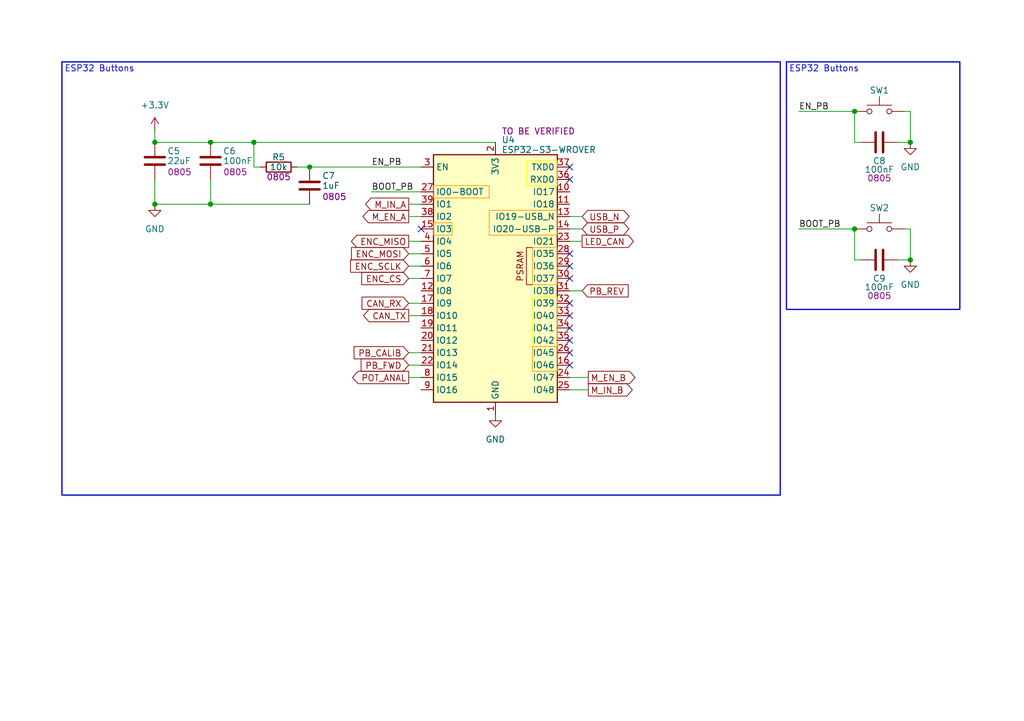
<source format=kicad_sch>
(kicad_sch (version 20231120) (generator "eeschema") (generator_version "8.0")
  (paper "A5")
  (title_block (title "ARM-JL Driver") (date "2025-02-03") (rev "REV0") (company "RobotiqueUdeS") (comment 1 "Made by Philippe Michaud"))
  (lib_symbols
    (symbol "RoverLibrary:C_0805" (pin_numbers hide) (pin_names (offset 0.254))
      (property "Reference" "C" (at 2.54 2.032 0))
      (property "Value" "~" (at 2.54 0 0))
      (property "Package" "0805" (at 2.54 -2.286 0))
      (symbol "C_0805_0_1"
        (polyline (pts (xy -2.032 -0.762) (xy 2.032 -0.762)) (stroke (width 0.508)))
        (polyline (pts (xy -2.032 0.762) (xy 2.032 0.762)) (stroke (width 0.508)))
      )
      (symbol "C_0805_1_1"
        (pin passive line (at 0 3.81 270) (length 2.794) (name "~") (number "1"))
        (pin passive line (at 0 -3.81 90) (length 2.794) (name "~") (number "2"))
      )
    )
    (symbol "RoverLibrary:ESP32-S3-WROVER"
      (property "Reference" "U" (at 1.27 28.448 0))
      (property "Value" "ESP32-S3-WROVER" (at 1.27 26.416 0))
      (property "STATUS" "TO BE VERIFIED" (at 1.27 30.226 0))
      (symbol "ESP32-S3-WROVER_0_0"
        (rectangle (start -12.7 25.4) (end 12.7 -25.4) (stroke (width 0.254)) (fill (type background)))
        (text "PSRAM" (at 5.08 2.54 900) (effects (font (size 1.27 1.27))))
      )
      (symbol "ESP32-S3-WROVER_0_1"
        (polyline (pts (xy 7.62 -1.27) (xy 6.35 -1.27) (xy 6.35 6.35) (xy 7.62 6.35)))
      )
      (symbol "ESP32-S3-WROVER_1_1"
        (rectangle (start -12.7 11.43) (end -8.89 8.89) (stroke (width 0) (color 255 153 0 1)) (fill (type background)))
        (rectangle (start -12.7 19.05) (end -1.27 16.51) (stroke (width 0) (color 255 153 0 1)) (fill (type background)))
        (rectangle (start -1.27 13.97) (end 12.7 8.89) (stroke (width 0) (color 255 153 0 1)) (fill (type background)))
        (rectangle (start 6.35 24.13) (end 12.7 19.05) (stroke (width 0) (color 255 255 0 1)) (fill (type background)))
        (rectangle (start 7.62 -13.97) (end 12.7 -19.05) (stroke (width 0) (color 255 153 0 1)) (fill (type background)))
        (rectangle (start 7.62 -3.81) (end 12.7 -13.97) (stroke (width 0) (color 255 255 0 1)) (fill (type background)))
        (rectangle (start 7.62 6.35) (end 12.7 -1.27) (stroke (width 0) (color 255 153 0 1)) (fill (type background)))
        (pin power_in line (at 0 -27.94 90) (length 2.54) (name "GND") (number "1"))
        (pin bidirectional line (at 15.24 17.78 180) (length 2.54) (name "IO17") (number "10"))
        (pin bidirectional line (at 15.24 15.24 180) (length 2.54) (name "IO18") (number "11"))
        (pin bidirectional line (at -15.24 -2.54 0) (length 2.54) (name "IO8") (number "12"))
        (pin bidirectional line (at 15.24 12.7 180) (length 2.54) (name "IO19-USB_N") (number "13"))
        (pin bidirectional line (at 15.24 10.16 180) (length 2.54) (name "IO20-USB-P") (number "14"))
        (pin bidirectional line (at -15.24 10.16 0) (length 2.54) (name "IO3") (number "15"))
        (pin bidirectional line (at 15.24 -17.78 180) (length 2.54) (name "IO46") (number "16"))
        (pin bidirectional line (at -15.24 -5.08 0) (length 2.54) (name "IO9") (number "17"))
        (pin bidirectional line (at -15.24 -7.62 0) (length 2.54) (name "IO10") (number "18"))
        (pin bidirectional line (at -15.24 -10.16 0) (length 2.54) (name "IO11") (number "19"))
        (pin power_in line (at 0 27.94 270) (length 2.54) (name "3V3") (number "2"))
        (pin bidirectional line (at -15.24 -12.7 0) (length 2.54) (name "IO12") (number "20"))
        (pin bidirectional line (at -15.24 -15.24 0) (length 2.54) (name "IO13") (number "21"))
        (pin bidirectional line (at -15.24 -17.78 0) (length 2.54) (name "IO14") (number "22"))
        (pin bidirectional line (at 15.24 7.62 180) (length 2.54) (name "IO21") (number "23"))
        (pin bidirectional line (at 15.24 -20.32 180) (length 2.54) (name "IO47") (number "24"))
        (pin bidirectional line (at 15.24 -22.86 180) (length 2.54) (name "IO48") (number "25"))
        (pin bidirectional line (at 15.24 -15.24 180) (length 2.54) (name "IO45") (number "26"))
        (pin bidirectional line (at -15.24 17.78 0) (length 2.54) (name "IO0-BOOT") (number "27"))
        (pin bidirectional line (at 15.24 5.08 180) (length 2.54) (name "IO35") (number "28"))
        (pin bidirectional line (at 15.24 2.54 180) (length 2.54) (name "IO36") (number "29"))
        (pin input line (at -15.24 22.86 0) (length 2.54) (name "EN") (number "3"))
        (pin bidirectional line (at 15.24 0 180) (length 2.54) (name "IO37") (number "30"))
        (pin bidirectional line (at 15.24 -2.54 180) (length 2.54) (name "IO38") (number "31"))
        (pin bidirectional line (at 15.24 -5.08 180) (length 2.54) (name "IO39") (number "32"))
        (pin bidirectional line (at 15.24 -7.62 180) (length 2.54) (name "IO40") (number "33"))
        (pin bidirectional line (at 15.24 -10.16 180) (length 2.54) (name "IO41") (number "34"))
        (pin bidirectional line (at 15.24 -12.7 180) (length 2.54) (name "IO42") (number "35"))
        (pin bidirectional line (at 15.24 20.32 180) (length 2.54) (name "RXD0") (number "36"))
        (pin bidirectional line (at 15.24 22.86 180) (length 2.54) (name "TXD0") (number "37"))
        (pin bidirectional line (at -15.24 12.7 0) (length 2.54) (name "IO2") (number "38"))
        (pin bidirectional line (at -15.24 15.24 0) (length 2.54) (name "IO1") (number "39"))
        (pin bidirectional line (at -15.24 7.62 0) (length 2.54) (name "IO4") (number "4"))
        (pin passive line (at 0 -27.94 90) (length 2.54) hide (name "GND") (number "40"))
        (pin passive line (at 0 -27.94 90) (length 2.54) hide (name "GND") (number "41"))
        (pin bidirectional line (at -15.24 5.08 0) (length 2.54) (name "IO5") (number "5"))
        (pin bidirectional line (at -15.24 2.54 0) (length 2.54) (name "IO6") (number "6"))
        (pin bidirectional line (at -15.24 0 0) (length 2.54) (name "IO7") (number "7"))
        (pin bidirectional line (at -15.24 -20.32 0) (length 2.54) (name "IO15") (number "8"))
        (pin bidirectional line (at -15.24 -22.86 0) (length 2.54) (name "IO16") (number "9"))
      )
    )
    (symbol "RoverLibrary:R_0805" (pin_numbers hide) (pin_names (offset 0))
      (property "Reference" "R" (at 2.032 0 90))
      (property "Value" "k" (at 0 0 90))
      (property "Package" "0805" (at -2.286 0 90))
      (symbol "R_0805_0_1"
        (rectangle (start -1.016 -2.54) (end 1.016 2.54) (stroke (width 0.254)))
      )
      (symbol "R_0805_1_1"
        (pin passive line (at 0 3.81 270) (length 1.27) (name "~") (number "1"))
        (pin passive line (at 0 -3.81 90) (length 1.27) (name "~") (number "2"))
      )
    )
    (symbol "RoverLibrary:SW-PTS815SJM250SMTRLFS" (pin_numbers hide) (pin_names (offset 1.016) hide)
      (property "Reference" "SW" (at 0 4.318 0))
      (symbol "SW-PTS815SJM250SMTRLFS_0_1"
        (circle (center -2.032 0) (radius 0.508))
        (polyline (pts (xy 0 1.27) (xy 0 3.048)))
        (polyline (pts (xy 2.54 1.27) (xy -2.54 1.27)))
        (circle (center 2.032 0) (radius 0.508))
      )
      (symbol "SW-PTS815SJM250SMTRLFS_1_1"
        (pin passive line (at -5.08 0 0) (length 2.54) (name "") (number "1"))
        (pin passive line (at -5.08 0 0) (length 2.54) hide (name "") (number "2"))
        (pin no_connect line (at 5.08 -2.54 180) (length 2.54) hide (name "NC") (number "3"))
        (pin passive line (at 5.08 0 180) (length 2.54) (name "") (number "4"))
      )
    )
    (symbol "power:+3.3V" (power) (pin_numbers hide) (pin_names (offset 0) hide)
      (property "Value" "+3.3V" (at 0 3.556 0))
      (symbol "+3.3V_0_1"
        (polyline (pts (xy -0.762 1.27) (xy 0 2.54)))
        (polyline (pts (xy 0 0) (xy 0 2.54)))
        (polyline (pts (xy 0 2.54) (xy 0.762 1.27)))
      )
      (symbol "+3.3V_1_1"
        (pin power_in line (at 0 0 90) (length 0) (name "~") (number "1"))
      )
    )
    (symbol "power:GND" (power) (pin_numbers hide) (pin_names (offset 0) hide)
      (property "Value" "GND" (at 0 -3.81 0))
      (symbol "GND_0_1"
        (polyline (pts (xy 0 0) (xy 0 -1.27) (xy 1.27 -1.27) (xy 0 -2.54) (xy -1.27 -1.27) (xy 0 -1.27)))
      )
      (symbol "GND_1_1"
        (pin power_in line (at 0 0 270) (length 0) (name "~") (number "1"))
      )
    )
  )
  (junction (at 43.18 29.21))
  (junction (at 31.75 29.21))
  (junction (at 43.18 41.91))
  (junction (at 175.26 22.86))
  (junction (at 63.5 34.29))
  (junction (at 175.26 46.99))
  (junction (at 31.75 41.91))
  (junction (at 186.69 29.21))
  (junction (at 186.69 53.34))
  (junction (at 52.07 29.21))
  (no_connect (at 116.84 72.39))
  (no_connect (at 116.84 36.83))
  (no_connect (at 116.84 54.61))
  (no_connect (at 116.84 69.85))
  (no_connect (at 116.84 74.93))
  (no_connect (at 116.84 62.23))
  (no_connect (at 116.84 64.77))
  (no_connect (at 116.84 52.07))
  (no_connect (at 116.84 34.29))
  (no_connect (at 116.84 67.31))
  (no_connect (at 86.36 46.99))
  (no_connect (at 116.84 57.15))
  (wire (pts (xy 175.26 53.34) (xy 175.26 46.99)))
  (wire (pts (xy 43.18 36.83) (xy 43.18 41.91)))
  (wire (pts (xy 163.83 22.86) (xy 175.26 22.86)))
  (wire (pts (xy 119.38 46.99) (xy 116.84 46.99)))
  (wire (pts (xy 83.82 64.77) (xy 86.36 64.77)))
  (wire (pts (xy 53.34 34.29) (xy 52.07 34.29)))
  (wire (pts (xy 31.75 36.83) (xy 31.75 41.91)))
  (wire (pts (xy 83.82 52.07) (xy 86.36 52.07)))
  (wire (pts (xy 186.69 46.99) (xy 185.42 46.99)))
  (wire (pts (xy 186.69 29.21) (xy 186.69 22.86)))
  (wire (pts (xy 119.38 49.53) (xy 116.84 49.53)))
  (wire (pts (xy 184.15 29.21) (xy 186.69 29.21)))
  (wire (pts (xy 83.82 72.39) (xy 86.36 72.39)))
  (wire (pts (xy 31.75 29.21) (xy 43.18 29.21)))
  (wire (pts (xy 175.26 29.21) (xy 175.26 22.86)))
  (wire (pts (xy 63.5 34.29) (xy 86.36 34.29)))
  (wire (pts (xy 52.07 29.21) (xy 101.6 29.21)))
  (wire (pts (xy 120.65 77.47) (xy 116.84 77.47)))
  (wire (pts (xy 186.69 22.86) (xy 185.42 22.86)))
  (wire (pts (xy 60.96 34.29) (xy 63.5 34.29)))
  (wire (pts (xy 186.69 53.34) (xy 186.69 46.99)))
  (wire (pts (xy 83.82 77.47) (xy 86.36 77.47)))
  (wire (pts (xy 31.75 26.67) (xy 31.75 29.21)))
  (wire (pts (xy 31.75 41.91) (xy 43.18 41.91)))
  (wire (pts (xy 83.82 41.91) (xy 86.36 41.91)))
  (wire (pts (xy 76.2 39.37) (xy 86.36 39.37)))
  (wire (pts (xy 163.83 46.99) (xy 175.26 46.99)))
  (wire (pts (xy 119.38 44.45) (xy 116.84 44.45)))
  (wire (pts (xy 119.38 59.69) (xy 116.84 59.69)))
  (wire (pts (xy 43.18 41.91) (xy 63.5 41.91)))
  (wire (pts (xy 83.82 62.23) (xy 86.36 62.23)))
  (wire (pts (xy 176.53 53.34) (xy 175.26 53.34)))
  (wire (pts (xy 83.82 44.45) (xy 86.36 44.45)))
  (wire (pts (xy 83.82 57.15) (xy 86.36 57.15)))
  (wire (pts (xy 184.15 53.34) (xy 186.69 53.34)))
  (wire (pts (xy 43.18 29.21) (xy 52.07 29.21)))
  (wire (pts (xy 83.82 74.93) (xy 86.36 74.93)))
  (wire (pts (xy 176.53 29.21) (xy 175.26 29.21)))
  (wire (pts (xy 52.07 34.29) (xy 52.07 29.21)))
  (wire (pts (xy 83.82 49.53) (xy 86.36 49.53)))
  (wire (pts (xy 83.82 54.61) (xy 86.36 54.61)))
  (wire (pts (xy 120.65 80.01) (xy 116.84 80.01)))
  (rectangle (start 161.29 12.7) (end 196.85 63.5) (stroke (width 0.254)))
  (rectangle (start 12.7 12.7) (end 160.02 101.6) (stroke (width 0.254)))
  (text "ESP32 Buttons" (at 161.798 14.224 0) (effects (font (size 1.27 1.27)) (justify left)))
  (text "ESP32 Buttons" (at 13.208 14.224 0) (effects (font (size 1.27 1.27)) (justify left)))
  (label "BOOT_PB" (at 163.83 46.99 0))
  (label "BOOT_PB" (at 76.2 39.37 0))
  (label "EN_PB" (at 76.2 34.29 0))
  (label "EN_PB" (at 163.83 22.86 0))
  (global_label "PB_REV" (shape input) (at 119.38 59.69 0) (property "Intersheetrefs" "${INTERSHEET_REFS}" (effects (hide yes))))
  (global_label "M_EN_B" (shape output) (at 120.65 77.47 0) (property "Intersheetrefs" "${INTERSHEET_REFS}" (effects (hide yes))))
  (global_label "PB_FWD" (shape input) (at 83.82 74.93 180) (property "Intersheetrefs" "${INTERSHEET_REFS}" (effects (hide yes))))
  (global_label "USB_P" (shape bidirectional) (at 119.38 46.99 0) (property "Intersheetrefs" "${INTERSHEET_REFS}" (effects (hide yes))))
  (global_label "ENC_CS" (shape input) (at 83.82 57.15 180) (property "Intersheetrefs" "${INTERSHEET_REFS}" (effects (hide yes))))
  (global_label "PB_CALIB" (shape input) (at 83.82 72.39 180) (property "Intersheetrefs" "${INTERSHEET_REFS}" (effects (hide yes))))
  (global_label "ENC_SCLK" (shape input) (at 83.82 54.61 180) (property "Intersheetrefs" "${INTERSHEET_REFS}" (effects (hide yes))))
  (global_label "ENC_MISO" (shape output) (at 83.82 49.53 180) (property "Intersheetrefs" "${INTERSHEET_REFS}" (effects (hide yes))))
  (global_label "ENC_MOSI" (shape input) (at 83.82 52.07 180) (property "Intersheetrefs" "${INTERSHEET_REFS}" (effects (hide yes))))
  (global_label "USB_N" (shape bidirectional) (at 119.38 44.45 0) (property "Intersheetrefs" "${INTERSHEET_REFS}" (effects (hide yes))))
  (global_label "LED_CAN" (shape output) (at 119.38 49.53 0) (property "Intersheetrefs" "${INTERSHEET_REFS}" (effects (hide yes))))
  (global_label "CAN_TX" (shape output) (at 83.82 64.77 180) (property "Intersheetrefs" "${INTERSHEET_REFS}" (effects (hide yes))))
  (global_label "M_IN_A" (shape output) (at 83.82 41.91 180) (property "Intersheetrefs" "${INTERSHEET_REFS}" (effects (hide yes))))
  (global_label "CAN_RX" (shape input) (at 83.82 62.23 180) (property "Intersheetrefs" "${INTERSHEET_REFS}" (effects (hide yes))))
  (global_label "POT_ANAL" (shape output) (at 83.82 77.47 180) (property "Intersheetrefs" "${INTERSHEET_REFS}" (effects (hide yes))))
  (global_label "M_EN_A" (shape output) (at 83.82 44.45 180) (property "Intersheetrefs" "${INTERSHEET_REFS}" (effects (hide yes))))
  (global_label "M_IN_B" (shape output) (at 120.65 80.01 0) (property "Intersheetrefs" "${INTERSHEET_REFS}" (effects (hide yes))))
  (symbol (lib_id "RoverLibrary:SW-PTS815SJM250SMTRLFS") (at 180.34 46.99 0) (unit 1)
    (property "Reference" "SW2" (at 178.308 42.672 0) (effects (justify left)))
    (property "Value" "SW-PTS815SJM250SMTRLFS" (effects (hide yes)))
    (property "Footprint" "RoverFootprint:SW-PTS815 SJM250SMTRLFS" (effects (hide yes)))
    (property "Datasheet" "https://www.ckswitches.com/media/2728/pts815.pdf" (effects (hide yes)))
    (property "Description" "Push button switch" (effects (hide yes)))
  )
  (symbol (lib_id "power:GND") (at 186.69 29.21 0) (unit 1)
    (property "Reference" "#PWR09" (effects (hide yes)))
    (property "Value" "GND" (at 186.69 34.29 0))
    (property "Description" "Power symbol creates a global label with name \"GND\" , ground" (effects (hide yes)))
  )
  (symbol (lib_id "power:GND") (at 101.6 85.09 0) (unit 1)
    (property "Reference" "#PWR015" (effects (hide yes)))
    (property "Value" "GND" (at 101.6 90.17 0))
    (property "Description" "Power symbol creates a global label with name \"GND\" , ground" (effects (hide yes)))
  )
  (symbol (lib_id "RoverLibrary:SW-PTS815SJM250SMTRLFS") (at 180.34 22.86 0) (unit 1)
    (property "Reference" "SW1" (at 178.308 18.542 0) (effects (justify left)))
    (property "Value" "SW-PTS815SJM250SMTRLFS" (effects (hide yes)))
    (property "Footprint" "RoverFootprint:SW-PTS815 SJM250SMTRLFS" (effects (hide yes)))
    (property "Datasheet" "https://www.ckswitches.com/media/2728/pts815.pdf" (effects (hide yes)))
    (property "Description" "Push button switch" (effects (hide yes)))
  )
  (symbol (lib_id "RoverLibrary:C_0805") (at 43.18 33.02 0) (unit 1)
    (property "Reference" "C6" (at 45.72 30.988 0) (effects (justify left)))
    (property "Value" "100nF" (at 45.72 33.02 0) (effects (justify left)))
    (property "Footprint" "Capacitor_SMD:C_0805_2012Metric_Pad1.18x1.45mm_HandSolder" (effects (hide yes)))
    (property "Description" "Unpolarized capacitor" (effects (hide yes)))
    (property "Package" "0805" (at 45.72 35.306 0) (effects (justify left)))
  )
  (symbol (lib_id "RoverLibrary:R_0805") (at 57.15 34.29 90) (unit 1)
    (property "Reference" "R5" (at 57.15 32.258 90))
    (property "Value" "10k" (at 57.15 34.29 90))
    (property "Footprint" "Resistor_SMD:R_0805_2012Metric_Pad1.20x1.40mm_HandSolder" (effects (hide yes)))
    (property "Description" "Resistor" (effects (hide yes)))
    (property "Package" "0805" (at 57.15 36.322 90))
  )
  (symbol (lib_id "power:+3.3V") (at 31.75 26.67 0) (unit 1)
    (property "Reference" "#PWR07" (effects (hide yes)))
    (property "Value" "+3.3V" (at 31.75 21.59 0))
    (property "Description" "Power symbol creates a global label with name \"+3.3V\"" (effects (hide yes)))
  )
  (symbol (lib_id "RoverLibrary:C_0805") (at 63.5 38.1 0) (unit 1)
    (property "Reference" "C7" (at 66.04 36.068 0) (effects (justify left)))
    (property "Value" "1uF" (at 66.04 38.1 0) (effects (justify left)))
    (property "Footprint" "Capacitor_SMD:C_0805_2012Metric_Pad1.18x1.45mm_HandSolder" (effects (hide yes)))
    (property "Description" "Unpolarized capacitor" (effects (hide yes)))
    (property "Package" "0805" (at 66.04 40.386 0) (effects (justify left)))
  )
  (symbol (lib_id "RoverLibrary:C_0805") (at 180.34 29.21 270) (unit 1)
    (property "Reference" "C8" (at 180.34 33.02 90))
    (property "Value" "100nF" (at 177.292 34.798 90) (effects (justify left)))
    (property "Footprint" "Capacitor_SMD:C_0805_2012Metric_Pad1.18x1.45mm_HandSolder" (effects (hide yes)))
    (property "Description" "Unpolarized capacitor" (effects (hide yes)))
    (property "Package" "0805" (at 180.34 36.576 90))
  )
  (symbol (lib_id "RoverLibrary:C_0805") (at 180.34 53.34 270) (unit 1)
    (property "Reference" "C9" (at 180.34 57.15 90))
    (property "Value" "100nF" (at 177.292 58.928 90) (effects (justify left)))
    (property "Footprint" "Capacitor_SMD:C_0805_2012Metric_Pad1.18x1.45mm_HandSolder" (effects (hide yes)))
    (property "Description" "Unpolarized capacitor" (effects (hide yes)))
    (property "Package" "0805" (at 180.34 60.706 90))
  )
  (symbol (lib_id "RoverLibrary:C_0805") (at 31.75 33.02 0) (unit 1)
    (property "Reference" "C5" (at 34.29 30.988 0) (effects (justify left)))
    (property "Value" "22uF" (at 34.29 33.02 0) (effects (justify left)))
    (property "Footprint" "Capacitor_SMD:C_0805_2012Metric_Pad1.18x1.45mm_HandSolder" (effects (hide yes)))
    (property "Description" "Unpolarized capacitor" (effects (hide yes)))
    (property "Package" "0805" (at 34.29 35.306 0) (effects (justify left)))
  )
  (symbol (lib_id "power:GND") (at 31.75 41.91 0) (unit 1)
    (property "Reference" "#PWR08" (effects (hide yes)))
    (property "Value" "GND" (at 31.75 46.99 0))
    (property "Description" "Power symbol creates a global label with name \"GND\" , ground" (effects (hide yes)))
  )
  (symbol (lib_id "RoverLibrary:ESP32-S3-WROVER") (at 101.6 57.15 0) (unit 1)
    (property "Reference" "U4" (at 102.87 28.702 0) (effects (justify left)))
    (property "Value" "ESP32-S3-WROVER" (at 102.87 30.734 0) (effects (justify left)))
    (property "Footprint" "RF_Module:ESP32-S3-WROOM-1U" (effects (hide yes)))
    (property "Datasheet" "https://www.espressif.com/sites/default/files/documentation/esp32-s3-wroom-1_wroom-1u_datasheet_en.pdf" (effects (hide yes)))
    (property "Description" "RF Module, ESP32-S3 SoC, Wi-Fi 802.11b/g/n, Bluetooth, BLE, 32-bit, 3.3V, onboard antenna, SMD" (effects (hide yes)))
    (property "Digikey Link" "https://www.digikey.ca/en/products/detail/espressif-systems/ESP32-S3-WROOM-1U-N8/16162635" (effects (hide yes)))
    (property "STATUS" "TO BE VERIFIED" (at 102.87 26.924 0) (effects (justify left)))
  )
  (symbol (lib_id "power:GND") (at 186.69 53.34 0) (unit 1)
    (property "Reference" "#PWR010" (effects (hide yes)))
    (property "Value" "GND" (at 186.69 58.42 0))
    (property "Description" "Power symbol creates a global label with name \"GND\" , ground" (effects (hide yes)))
  )
)
</source>
